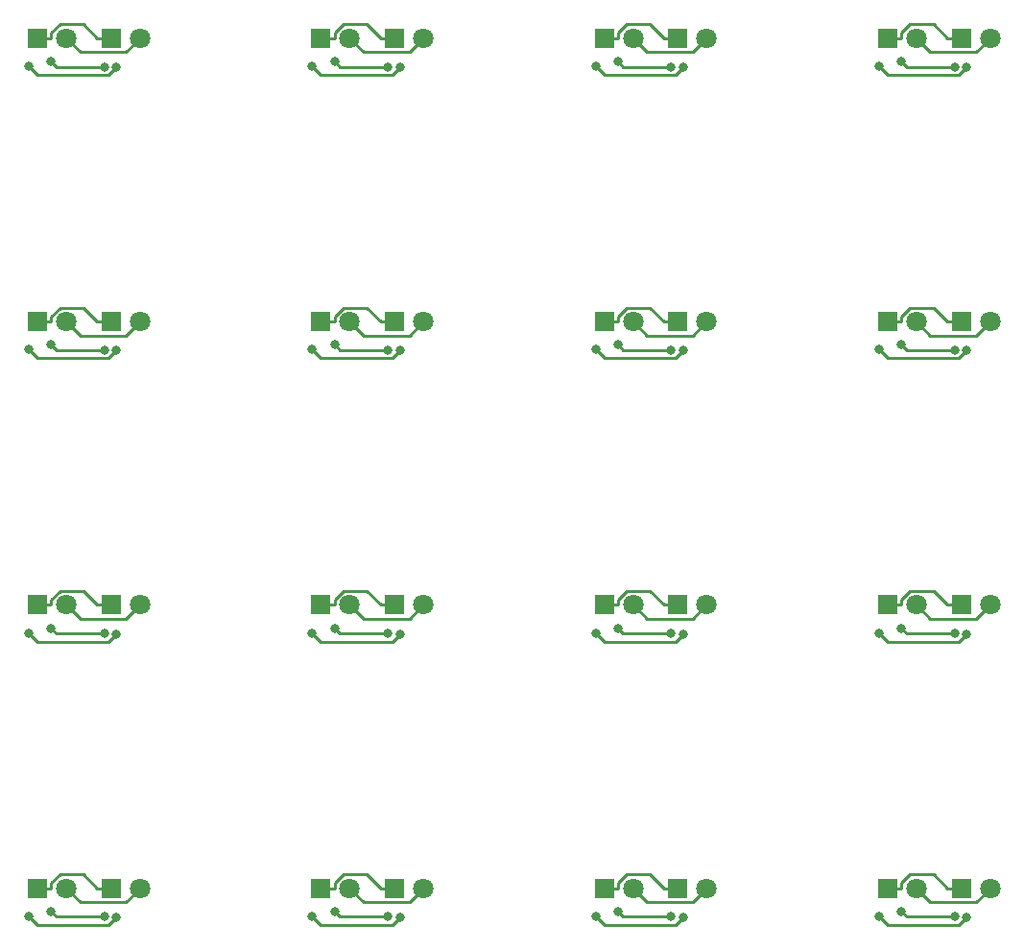
<source format=gbr>
%TF.GenerationSoftware,KiCad,Pcbnew,(5.1.9)-1*%
%TF.CreationDate,2021-10-29T14:51:52+02:00*%
%TF.ProjectId,Smartmeter_IR_ReaderOnly_V12_multi,536d6172-746d-4657-9465-725f49525f52,rev?*%
%TF.SameCoordinates,Original*%
%TF.FileFunction,Copper,L2,Bot*%
%TF.FilePolarity,Positive*%
%FSLAX46Y46*%
G04 Gerber Fmt 4.6, Leading zero omitted, Abs format (unit mm)*
G04 Created by KiCad (PCBNEW (5.1.9)-1) date 2021-10-29 14:51:52*
%MOMM*%
%LPD*%
G01*
G04 APERTURE LIST*
%TA.AperFunction,ComponentPad*%
%ADD10R,1.800000X1.800000*%
%TD*%
%TA.AperFunction,ComponentPad*%
%ADD11C,1.800000*%
%TD*%
%TA.AperFunction,ViaPad*%
%ADD12C,0.800000*%
%TD*%
%TA.AperFunction,Conductor*%
%ADD13C,0.250000*%
%TD*%
G04 APERTURE END LIST*
D10*
%TO.P,Q2,1*%
%TO.N,+3V3*%
X72000000Y-130000000D03*
D11*
%TO.P,Q2,2*%
%TO.N,Net-(Q1-Pad2)*%
X74540000Y-130000000D03*
%TD*%
%TO.P,Q1,2*%
%TO.N,Net-(Q1-Pad2)*%
X93040000Y-130000000D03*
D10*
%TO.P,Q1,1*%
%TO.N,+3V3*%
X90500000Y-130000000D03*
%TD*%
D11*
%TO.P,Q1,2*%
%TO.N,Net-(Q1-Pad2)*%
X143040000Y-130000000D03*
D10*
%TO.P,Q1,1*%
%TO.N,+3V3*%
X140500000Y-130000000D03*
%TD*%
%TO.P,Q1,1*%
%TO.N,+3V3*%
X65500000Y-130000000D03*
D11*
%TO.P,Q1,2*%
%TO.N,Net-(Q1-Pad2)*%
X68040000Y-130000000D03*
%TD*%
D10*
%TO.P,Q2,1*%
%TO.N,+3V3*%
X122000000Y-130000000D03*
D11*
%TO.P,Q2,2*%
%TO.N,Net-(Q1-Pad2)*%
X124540000Y-130000000D03*
%TD*%
%TO.P,Q2,2*%
%TO.N,Net-(Q1-Pad2)*%
X149540000Y-130000000D03*
D10*
%TO.P,Q2,1*%
%TO.N,+3V3*%
X147000000Y-130000000D03*
%TD*%
D11*
%TO.P,Q2,2*%
%TO.N,Net-(Q1-Pad2)*%
X99540000Y-130000000D03*
D10*
%TO.P,Q2,1*%
%TO.N,+3V3*%
X97000000Y-130000000D03*
%TD*%
%TO.P,Q1,1*%
%TO.N,+3V3*%
X115500000Y-130000000D03*
D11*
%TO.P,Q1,2*%
%TO.N,Net-(Q1-Pad2)*%
X118040000Y-130000000D03*
%TD*%
%TO.P,Q2,2*%
%TO.N,Net-(Q1-Pad2)*%
X124540000Y-105000000D03*
D10*
%TO.P,Q2,1*%
%TO.N,+3V3*%
X122000000Y-105000000D03*
%TD*%
%TO.P,Q2,1*%
%TO.N,+3V3*%
X97000000Y-105000000D03*
D11*
%TO.P,Q2,2*%
%TO.N,Net-(Q1-Pad2)*%
X99540000Y-105000000D03*
%TD*%
%TO.P,Q1,2*%
%TO.N,Net-(Q1-Pad2)*%
X118040000Y-105000000D03*
D10*
%TO.P,Q1,1*%
%TO.N,+3V3*%
X115500000Y-105000000D03*
%TD*%
%TO.P,Q2,1*%
%TO.N,+3V3*%
X147000000Y-105000000D03*
D11*
%TO.P,Q2,2*%
%TO.N,Net-(Q1-Pad2)*%
X149540000Y-105000000D03*
%TD*%
D10*
%TO.P,Q1,1*%
%TO.N,+3V3*%
X140500000Y-105000000D03*
D11*
%TO.P,Q1,2*%
%TO.N,Net-(Q1-Pad2)*%
X143040000Y-105000000D03*
%TD*%
%TO.P,Q2,2*%
%TO.N,Net-(Q1-Pad2)*%
X74540000Y-105000000D03*
D10*
%TO.P,Q2,1*%
%TO.N,+3V3*%
X72000000Y-105000000D03*
%TD*%
%TO.P,Q1,1*%
%TO.N,+3V3*%
X90500000Y-105000000D03*
D11*
%TO.P,Q1,2*%
%TO.N,Net-(Q1-Pad2)*%
X93040000Y-105000000D03*
%TD*%
%TO.P,Q1,2*%
%TO.N,Net-(Q1-Pad2)*%
X68040000Y-105000000D03*
D10*
%TO.P,Q1,1*%
%TO.N,+3V3*%
X65500000Y-105000000D03*
%TD*%
%TO.P,Q2,1*%
%TO.N,+3V3*%
X122000000Y-80000000D03*
D11*
%TO.P,Q2,2*%
%TO.N,Net-(Q1-Pad2)*%
X124540000Y-80000000D03*
%TD*%
D10*
%TO.P,Q1,1*%
%TO.N,+3V3*%
X115500000Y-80000000D03*
D11*
%TO.P,Q1,2*%
%TO.N,Net-(Q1-Pad2)*%
X118040000Y-80000000D03*
%TD*%
%TO.P,Q2,2*%
%TO.N,Net-(Q1-Pad2)*%
X99540000Y-80000000D03*
D10*
%TO.P,Q2,1*%
%TO.N,+3V3*%
X97000000Y-80000000D03*
%TD*%
D11*
%TO.P,Q2,2*%
%TO.N,Net-(Q1-Pad2)*%
X149540000Y-80000000D03*
D10*
%TO.P,Q2,1*%
%TO.N,+3V3*%
X147000000Y-80000000D03*
%TD*%
D11*
%TO.P,Q1,2*%
%TO.N,Net-(Q1-Pad2)*%
X143040000Y-80000000D03*
D10*
%TO.P,Q1,1*%
%TO.N,+3V3*%
X140500000Y-80000000D03*
%TD*%
D11*
%TO.P,Q1,2*%
%TO.N,Net-(Q1-Pad2)*%
X93040000Y-80000000D03*
D10*
%TO.P,Q1,1*%
%TO.N,+3V3*%
X90500000Y-80000000D03*
%TD*%
%TO.P,Q2,1*%
%TO.N,+3V3*%
X72000000Y-80000000D03*
D11*
%TO.P,Q2,2*%
%TO.N,Net-(Q1-Pad2)*%
X74540000Y-80000000D03*
%TD*%
D10*
%TO.P,Q1,1*%
%TO.N,+3V3*%
X65500000Y-80000000D03*
D11*
%TO.P,Q1,2*%
%TO.N,Net-(Q1-Pad2)*%
X68040000Y-80000000D03*
%TD*%
D10*
%TO.P,Q2,1*%
%TO.N,+3V3*%
X147000000Y-55000000D03*
D11*
%TO.P,Q2,2*%
%TO.N,Net-(Q1-Pad2)*%
X149540000Y-55000000D03*
%TD*%
D10*
%TO.P,Q1,1*%
%TO.N,+3V3*%
X140500000Y-55000000D03*
D11*
%TO.P,Q1,2*%
%TO.N,Net-(Q1-Pad2)*%
X143040000Y-55000000D03*
%TD*%
%TO.P,Q2,2*%
%TO.N,Net-(Q1-Pad2)*%
X124540000Y-55000000D03*
D10*
%TO.P,Q2,1*%
%TO.N,+3V3*%
X122000000Y-55000000D03*
%TD*%
D11*
%TO.P,Q1,2*%
%TO.N,Net-(Q1-Pad2)*%
X118040000Y-55000000D03*
D10*
%TO.P,Q1,1*%
%TO.N,+3V3*%
X115500000Y-55000000D03*
%TD*%
%TO.P,Q2,1*%
%TO.N,+3V3*%
X97000000Y-55000000D03*
D11*
%TO.P,Q2,2*%
%TO.N,Net-(Q1-Pad2)*%
X99540000Y-55000000D03*
%TD*%
D10*
%TO.P,Q1,1*%
%TO.N,+3V3*%
X90500000Y-55000000D03*
D11*
%TO.P,Q1,2*%
%TO.N,Net-(Q1-Pad2)*%
X93040000Y-55000000D03*
%TD*%
%TO.P,Q2,2*%
%TO.N,Net-(Q1-Pad2)*%
X74540000Y-55000000D03*
D10*
%TO.P,Q2,1*%
%TO.N,+3V3*%
X72000000Y-55000000D03*
%TD*%
D11*
%TO.P,Q1,2*%
%TO.N,Net-(Q1-Pad2)*%
X68040000Y-55000000D03*
D10*
%TO.P,Q1,1*%
%TO.N,+3V3*%
X65500000Y-55000000D03*
%TD*%
D12*
%TO.N,Net-(H2-Pad1)*%
X72463800Y-57577900D03*
X64750000Y-57485100D03*
X97463800Y-57577900D03*
X89750000Y-57485100D03*
X122463800Y-57577900D03*
X114750000Y-57485100D03*
X139750000Y-57485100D03*
X147463800Y-57577900D03*
X72463800Y-82577900D03*
X64750000Y-82485100D03*
X139750000Y-82485100D03*
X114750000Y-82485100D03*
X122463800Y-82577900D03*
X147463800Y-82577900D03*
X97463800Y-82577900D03*
X89750000Y-82485100D03*
X72463800Y-107577900D03*
X64750000Y-107485100D03*
X97463800Y-107577900D03*
X147463800Y-107577900D03*
X122463800Y-107577900D03*
X89750000Y-107485100D03*
X139750000Y-107485100D03*
X114750000Y-107485100D03*
X89750000Y-132485100D03*
X64750000Y-132485100D03*
X147463800Y-132577900D03*
X97463800Y-132577900D03*
X114750000Y-132485100D03*
X139750000Y-132485100D03*
X122463800Y-132577900D03*
X72463800Y-132577900D03*
%TO.N,Net-(IC1-Pad4)*%
X66720100Y-57070100D03*
X71402500Y-57524400D03*
X96402500Y-57524400D03*
X91720100Y-57070100D03*
X121402500Y-57524400D03*
X116720100Y-57070100D03*
X141720100Y-57070100D03*
X146402500Y-57524400D03*
X71402500Y-82524400D03*
X66720100Y-82070100D03*
X116720100Y-82070100D03*
X141720100Y-82070100D03*
X146402500Y-82524400D03*
X121402500Y-82524400D03*
X96402500Y-82524400D03*
X91720100Y-82070100D03*
X66720100Y-107070100D03*
X71402500Y-107524400D03*
X121402500Y-107524400D03*
X116720100Y-107070100D03*
X141720100Y-107070100D03*
X146402500Y-107524400D03*
X91720100Y-107070100D03*
X96402500Y-107524400D03*
X71402500Y-132524400D03*
X96402500Y-132524400D03*
X121402500Y-132524400D03*
X66720100Y-132070100D03*
X116720100Y-132070100D03*
X141720100Y-132070100D03*
X146402500Y-132524400D03*
X91720100Y-132070100D03*
%TD*%
D13*
%TO.N,Net-(H2-Pad1)*%
X64750000Y-57485100D02*
X65514600Y-58249700D01*
X65514600Y-58249700D02*
X71792000Y-58249700D01*
X71792000Y-58249700D02*
X72463800Y-57577900D01*
X90514600Y-58249700D02*
X96792000Y-58249700D01*
X89750000Y-57485100D02*
X90514600Y-58249700D01*
X96792000Y-58249700D02*
X97463800Y-57577900D01*
X114750000Y-57485100D02*
X115514600Y-58249700D01*
X115514600Y-58249700D02*
X121792000Y-58249700D01*
X121792000Y-58249700D02*
X122463800Y-57577900D01*
X139750000Y-57485100D02*
X140514600Y-58249700D01*
X146792000Y-58249700D02*
X147463800Y-57577900D01*
X140514600Y-58249700D02*
X146792000Y-58249700D01*
X89750000Y-82485100D02*
X90514600Y-83249700D01*
X90514600Y-83249700D02*
X96792000Y-83249700D01*
X114750000Y-82485100D02*
X115514600Y-83249700D01*
X65514600Y-83249700D02*
X71792000Y-83249700D01*
X64750000Y-82485100D02*
X65514600Y-83249700D01*
X71792000Y-83249700D02*
X72463800Y-82577900D01*
X121792000Y-83249700D02*
X122463800Y-82577900D01*
X139750000Y-82485100D02*
X140514600Y-83249700D01*
X146792000Y-83249700D02*
X147463800Y-82577900D01*
X115514600Y-83249700D02*
X121792000Y-83249700D01*
X140514600Y-83249700D02*
X146792000Y-83249700D01*
X96792000Y-83249700D02*
X97463800Y-82577900D01*
X89750000Y-107485100D02*
X90514600Y-108249700D01*
X64750000Y-107485100D02*
X65514600Y-108249700D01*
X65514600Y-108249700D02*
X71792000Y-108249700D01*
X71792000Y-108249700D02*
X72463800Y-107577900D01*
X114750000Y-107485100D02*
X115514600Y-108249700D01*
X90514600Y-108249700D02*
X96792000Y-108249700D01*
X121792000Y-108249700D02*
X122463800Y-107577900D01*
X139750000Y-107485100D02*
X140514600Y-108249700D01*
X146792000Y-108249700D02*
X147463800Y-107577900D01*
X140514600Y-108249700D02*
X146792000Y-108249700D01*
X115514600Y-108249700D02*
X121792000Y-108249700D01*
X96792000Y-108249700D02*
X97463800Y-107577900D01*
X121792000Y-133249700D02*
X122463800Y-132577900D01*
X71792000Y-133249700D02*
X72463800Y-132577900D01*
X96792000Y-133249700D02*
X97463800Y-132577900D01*
X146792000Y-133249700D02*
X147463800Y-132577900D01*
X140514600Y-133249700D02*
X146792000Y-133249700D01*
X115514600Y-133249700D02*
X121792000Y-133249700D01*
X90514600Y-133249700D02*
X96792000Y-133249700D01*
X114750000Y-132485100D02*
X115514600Y-133249700D01*
X89750000Y-132485100D02*
X90514600Y-133249700D01*
X64750000Y-132485100D02*
X65514600Y-133249700D01*
X65514600Y-133249700D02*
X71792000Y-133249700D01*
X139750000Y-132485100D02*
X140514600Y-133249700D01*
%TO.N,Net-(Q1-Pad2)*%
X68040000Y-55000000D02*
X69270700Y-56230700D01*
X69270700Y-56230700D02*
X73309300Y-56230700D01*
X73309300Y-56230700D02*
X74540000Y-55000000D01*
X94270700Y-56230700D02*
X98309300Y-56230700D01*
X93040000Y-55000000D02*
X94270700Y-56230700D01*
X98309300Y-56230700D02*
X99540000Y-55000000D01*
X119270700Y-56230700D02*
X123309300Y-56230700D01*
X118040000Y-55000000D02*
X119270700Y-56230700D01*
X123309300Y-56230700D02*
X124540000Y-55000000D01*
X148309300Y-56230700D02*
X149540000Y-55000000D01*
X143040000Y-55000000D02*
X144270700Y-56230700D01*
X144270700Y-56230700D02*
X148309300Y-56230700D01*
X148309300Y-81230700D02*
X149540000Y-80000000D01*
X94270700Y-81230700D02*
X98309300Y-81230700D01*
X123309300Y-81230700D02*
X124540000Y-80000000D01*
X118040000Y-80000000D02*
X119270700Y-81230700D01*
X119270700Y-81230700D02*
X123309300Y-81230700D01*
X69270700Y-81230700D02*
X73309300Y-81230700D01*
X68040000Y-80000000D02*
X69270700Y-81230700D01*
X73309300Y-81230700D02*
X74540000Y-80000000D01*
X93040000Y-80000000D02*
X94270700Y-81230700D01*
X98309300Y-81230700D02*
X99540000Y-80000000D01*
X143040000Y-80000000D02*
X144270700Y-81230700D01*
X144270700Y-81230700D02*
X148309300Y-81230700D01*
X148309300Y-106230700D02*
X149540000Y-105000000D01*
X94270700Y-106230700D02*
X98309300Y-106230700D01*
X68040000Y-105000000D02*
X69270700Y-106230700D01*
X69270700Y-106230700D02*
X73309300Y-106230700D01*
X73309300Y-106230700D02*
X74540000Y-105000000D01*
X123309300Y-106230700D02*
X124540000Y-105000000D01*
X118040000Y-105000000D02*
X119270700Y-106230700D01*
X119270700Y-106230700D02*
X123309300Y-106230700D01*
X143040000Y-105000000D02*
X144270700Y-106230700D01*
X93040000Y-105000000D02*
X94270700Y-106230700D01*
X98309300Y-106230700D02*
X99540000Y-105000000D01*
X144270700Y-106230700D02*
X148309300Y-106230700D01*
X148309300Y-131230700D02*
X149540000Y-130000000D01*
X143040000Y-130000000D02*
X144270700Y-131230700D01*
X123309300Y-131230700D02*
X124540000Y-130000000D01*
X118040000Y-130000000D02*
X119270700Y-131230700D01*
X73309300Y-131230700D02*
X74540000Y-130000000D01*
X144270700Y-131230700D02*
X148309300Y-131230700D01*
X119270700Y-131230700D02*
X123309300Y-131230700D01*
X68040000Y-130000000D02*
X69270700Y-131230700D01*
X94270700Y-131230700D02*
X98309300Y-131230700D01*
X69270700Y-131230700D02*
X73309300Y-131230700D01*
X98309300Y-131230700D02*
X99540000Y-130000000D01*
X93040000Y-130000000D02*
X94270700Y-131230700D01*
%TO.N,+3V3*%
X72000000Y-55000000D02*
X70774700Y-55000000D01*
X65500000Y-55000000D02*
X66725300Y-55000000D01*
X66725300Y-55000000D02*
X66725300Y-54540500D01*
X66725300Y-54540500D02*
X67491100Y-53774700D01*
X67491100Y-53774700D02*
X69549400Y-53774700D01*
X69549400Y-53774700D02*
X70774700Y-55000000D01*
X90500000Y-55000000D02*
X91725300Y-55000000D01*
X97000000Y-55000000D02*
X95774700Y-55000000D01*
X91725300Y-55000000D02*
X91725300Y-54540500D01*
X92491100Y-53774700D02*
X94549400Y-53774700D01*
X94549400Y-53774700D02*
X95774700Y-55000000D01*
X91725300Y-54540500D02*
X92491100Y-53774700D01*
X115500000Y-55000000D02*
X116725300Y-55000000D01*
X117491100Y-53774700D02*
X119549400Y-53774700D01*
X119549400Y-53774700D02*
X120774700Y-55000000D01*
X116725300Y-55000000D02*
X116725300Y-54540500D01*
X116725300Y-54540500D02*
X117491100Y-53774700D01*
X122000000Y-55000000D02*
X120774700Y-55000000D01*
X141725300Y-54540500D02*
X142491100Y-53774700D01*
X140500000Y-55000000D02*
X141725300Y-55000000D01*
X147000000Y-55000000D02*
X145774700Y-55000000D01*
X142491100Y-53774700D02*
X144549400Y-53774700D01*
X141725300Y-55000000D02*
X141725300Y-54540500D01*
X144549400Y-53774700D02*
X145774700Y-55000000D01*
X90500000Y-80000000D02*
X91725300Y-80000000D01*
X116725300Y-79540500D02*
X117491100Y-78774700D01*
X115500000Y-80000000D02*
X116725300Y-80000000D01*
X92491100Y-78774700D02*
X94549400Y-78774700D01*
X94549400Y-78774700D02*
X95774700Y-80000000D01*
X91725300Y-80000000D02*
X91725300Y-79540500D01*
X65500000Y-80000000D02*
X66725300Y-80000000D01*
X72000000Y-80000000D02*
X70774700Y-80000000D01*
X66725300Y-80000000D02*
X66725300Y-79540500D01*
X67491100Y-78774700D02*
X69549400Y-78774700D01*
X69549400Y-78774700D02*
X70774700Y-80000000D01*
X66725300Y-79540500D02*
X67491100Y-78774700D01*
X122000000Y-80000000D02*
X120774700Y-80000000D01*
X147000000Y-80000000D02*
X145774700Y-80000000D01*
X140500000Y-80000000D02*
X141725300Y-80000000D01*
X141725300Y-79540500D02*
X142491100Y-78774700D01*
X91725300Y-79540500D02*
X92491100Y-78774700D01*
X117491100Y-78774700D02*
X119549400Y-78774700D01*
X116725300Y-80000000D02*
X116725300Y-79540500D01*
X119549400Y-78774700D02*
X120774700Y-80000000D01*
X142491100Y-78774700D02*
X144549400Y-78774700D01*
X141725300Y-80000000D02*
X141725300Y-79540500D01*
X144549400Y-78774700D02*
X145774700Y-80000000D01*
X97000000Y-80000000D02*
X95774700Y-80000000D01*
X91725300Y-105000000D02*
X91725300Y-104540500D01*
X65500000Y-105000000D02*
X66725300Y-105000000D01*
X67491100Y-103774700D02*
X69549400Y-103774700D01*
X69549400Y-103774700D02*
X70774700Y-105000000D01*
X66725300Y-104540500D02*
X67491100Y-103774700D01*
X66725300Y-105000000D02*
X66725300Y-104540500D01*
X72000000Y-105000000D02*
X70774700Y-105000000D01*
X94549400Y-103774700D02*
X95774700Y-105000000D01*
X90500000Y-105000000D02*
X91725300Y-105000000D01*
X115500000Y-105000000D02*
X116725300Y-105000000D01*
X116725300Y-104540500D02*
X117491100Y-103774700D01*
X92491100Y-103774700D02*
X94549400Y-103774700D01*
X147000000Y-105000000D02*
X145774700Y-105000000D01*
X140500000Y-105000000D02*
X141725300Y-105000000D01*
X122000000Y-105000000D02*
X120774700Y-105000000D01*
X141725300Y-104540500D02*
X142491100Y-103774700D01*
X117491100Y-103774700D02*
X119549400Y-103774700D01*
X116725300Y-105000000D02*
X116725300Y-104540500D01*
X91725300Y-104540500D02*
X92491100Y-103774700D01*
X119549400Y-103774700D02*
X120774700Y-105000000D01*
X97000000Y-105000000D02*
X95774700Y-105000000D01*
X144549400Y-103774700D02*
X145774700Y-105000000D01*
X142491100Y-103774700D02*
X144549400Y-103774700D01*
X141725300Y-105000000D02*
X141725300Y-104540500D01*
X147000000Y-130000000D02*
X145774700Y-130000000D01*
X92491100Y-128774700D02*
X94549400Y-128774700D01*
X94549400Y-128774700D02*
X95774700Y-130000000D01*
X72000000Y-130000000D02*
X70774700Y-130000000D01*
X90500000Y-130000000D02*
X91725300Y-130000000D01*
X66725300Y-130000000D02*
X66725300Y-129540500D01*
X67491100Y-128774700D02*
X69549400Y-128774700D01*
X69549400Y-128774700D02*
X70774700Y-130000000D01*
X66725300Y-129540500D02*
X67491100Y-128774700D01*
X142491100Y-128774700D02*
X144549400Y-128774700D01*
X144549400Y-128774700D02*
X145774700Y-130000000D01*
X141725300Y-130000000D02*
X141725300Y-129540500D01*
X141725300Y-129540500D02*
X142491100Y-128774700D01*
X117491100Y-128774700D02*
X119549400Y-128774700D01*
X116725300Y-130000000D02*
X116725300Y-129540500D01*
X91725300Y-129540500D02*
X92491100Y-128774700D01*
X119549400Y-128774700D02*
X120774700Y-130000000D01*
X97000000Y-130000000D02*
X95774700Y-130000000D01*
X116725300Y-129540500D02*
X117491100Y-128774700D01*
X115500000Y-130000000D02*
X116725300Y-130000000D01*
X65500000Y-130000000D02*
X66725300Y-130000000D01*
X91725300Y-130000000D02*
X91725300Y-129540500D01*
X140500000Y-130000000D02*
X141725300Y-130000000D01*
X122000000Y-130000000D02*
X120774700Y-130000000D01*
%TO.N,Net-(IC1-Pad4)*%
X66720100Y-57070100D02*
X67174400Y-57524400D01*
X67174400Y-57524400D02*
X71402500Y-57524400D01*
X91720100Y-57070100D02*
X92174400Y-57524400D01*
X92174400Y-57524400D02*
X96402500Y-57524400D01*
X116720100Y-57070100D02*
X117174400Y-57524400D01*
X117174400Y-57524400D02*
X121402500Y-57524400D01*
X142174400Y-57524400D02*
X146402500Y-57524400D01*
X141720100Y-57070100D02*
X142174400Y-57524400D01*
X117174400Y-82524400D02*
X121402500Y-82524400D01*
X91720100Y-82070100D02*
X92174400Y-82524400D01*
X66720100Y-82070100D02*
X67174400Y-82524400D01*
X67174400Y-82524400D02*
X71402500Y-82524400D01*
X142174400Y-82524400D02*
X146402500Y-82524400D01*
X92174400Y-82524400D02*
X96402500Y-82524400D01*
X116720100Y-82070100D02*
X117174400Y-82524400D01*
X141720100Y-82070100D02*
X142174400Y-82524400D01*
X67174400Y-107524400D02*
X71402500Y-107524400D01*
X66720100Y-107070100D02*
X67174400Y-107524400D01*
X91720100Y-107070100D02*
X92174400Y-107524400D01*
X117174400Y-107524400D02*
X121402500Y-107524400D01*
X142174400Y-107524400D02*
X146402500Y-107524400D01*
X141720100Y-107070100D02*
X142174400Y-107524400D01*
X92174400Y-107524400D02*
X96402500Y-107524400D01*
X116720100Y-107070100D02*
X117174400Y-107524400D01*
X91720100Y-132070100D02*
X92174400Y-132524400D01*
X67174400Y-132524400D02*
X71402500Y-132524400D01*
X66720100Y-132070100D02*
X67174400Y-132524400D01*
X141720100Y-132070100D02*
X142174400Y-132524400D01*
X92174400Y-132524400D02*
X96402500Y-132524400D01*
X116720100Y-132070100D02*
X117174400Y-132524400D01*
X117174400Y-132524400D02*
X121402500Y-132524400D01*
X142174400Y-132524400D02*
X146402500Y-132524400D01*
%TD*%
M02*

</source>
